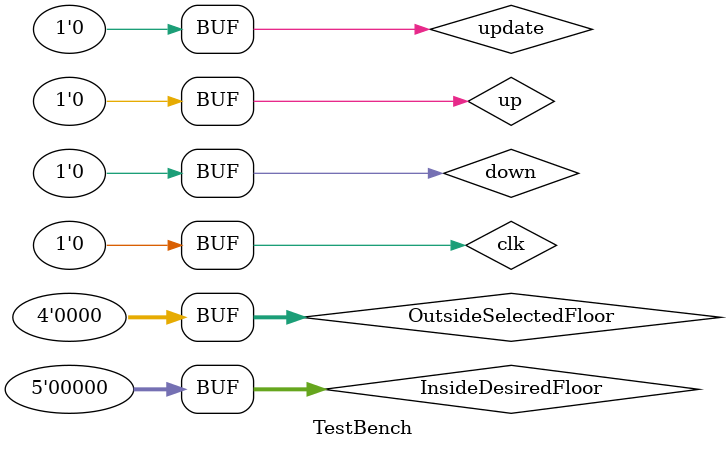
<source format=v>
`timescale 1ns / 1ps


module TestBench;
    //Inputs
    reg clk = 0;
    reg [3:0] OutsideSelectedFloor;
    reg up;
    reg down;
    reg update;
    reg [4:0] InsideDesiredFloor;
    //Outputs
    wire [3:0] DirectionState;
    wire [6:0] DisplayFloor;


//UUT

Lab2Elevator uut(
    .clk(clk),
    .OutsideSelectedFloor(OutsideSelectedFloor),
    .up(up),
    .down(down),
    .update(update),
    .InsideDesiredFloor(InsideDesiredFloor),
    //Outputs
    .DirectionState(DirectionState),
    .DisplayFloor(DisplayFloor)
);

always begin
 //Simulate the clock
 #10 clk = 1;
 #10 clk = 0;
 end

// Add stimulus here
initial begin
    update = 1'b0;
    OutsideSelectedFloor = 0;
    up = 0;
    down = 0;
    InsideDesiredFloor = 0;
    
    // Request the elevator to pick someone up on the 1st floor going up
//    OutsideSelectedFloor = 4'b0000;
//    up = 1'b1;
//    update = 1'b1;
//    #20 update = 1'b0;
//    #200
//    OutsideSelectedFloor = 4'b0100;
//    up = 1'b0;
//    down = 1'b1;
//    update = 1'b1;
//    #20 down = 1'b0;
//    update = 1'b0;

#200
InsideDesiredFloor = 5'b00011;
update = 1'b1;
#20 update = 1'b0;
#2600000010
InsideDesiredFloor = 5'b00000;
update = 1'b1;
#20 update = 1'b0;

    
//    #200
//    // Testing 
//    OutsideSelectedFloor = 4'b0011;
//    down = 1'b0;
//    up = 1'b1;
//    InsideDesiredFloor = 2;
    
//    #200
//    up = 1'b0;
    //#26000010 $finish;
    
end
    
endmodule

</source>
